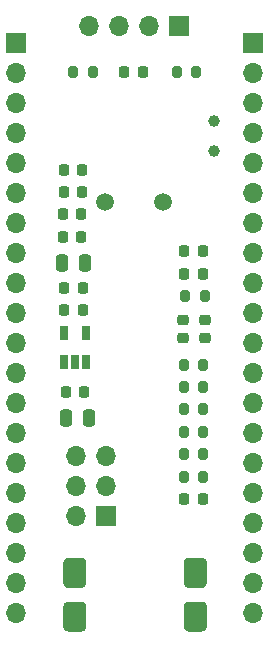
<source format=gbr>
%TF.GenerationSoftware,KiCad,Pcbnew,9.0.0*%
%TF.CreationDate,2025-02-28T11:04:11+07:00*%
%TF.ProjectId,SMT32_Bluepill,534d5433-325f-4426-9c75-6570696c6c2e,rev?*%
%TF.SameCoordinates,Original*%
%TF.FileFunction,Soldermask,Bot*%
%TF.FilePolarity,Negative*%
%FSLAX46Y46*%
G04 Gerber Fmt 4.6, Leading zero omitted, Abs format (unit mm)*
G04 Created by KiCad (PCBNEW 9.0.0) date 2025-02-28 11:04:11*
%MOMM*%
%LPD*%
G01*
G04 APERTURE LIST*
G04 Aperture macros list*
%AMRoundRect*
0 Rectangle with rounded corners*
0 $1 Rounding radius*
0 $2 $3 $4 $5 $6 $7 $8 $9 X,Y pos of 4 corners*
0 Add a 4 corners polygon primitive as box body*
4,1,4,$2,$3,$4,$5,$6,$7,$8,$9,$2,$3,0*
0 Add four circle primitives for the rounded corners*
1,1,$1+$1,$2,$3*
1,1,$1+$1,$4,$5*
1,1,$1+$1,$6,$7*
1,1,$1+$1,$8,$9*
0 Add four rect primitives between the rounded corners*
20,1,$1+$1,$2,$3,$4,$5,0*
20,1,$1+$1,$4,$5,$6,$7,0*
20,1,$1+$1,$6,$7,$8,$9,0*
20,1,$1+$1,$8,$9,$2,$3,0*%
G04 Aperture macros list end*
%ADD10C,0.010000*%
%ADD11C,1.000000*%
%ADD12C,1.500000*%
%ADD13R,1.700000X1.700000*%
%ADD14O,1.700000X1.700000*%
%ADD15RoundRect,0.200000X0.200000X0.275000X-0.200000X0.275000X-0.200000X-0.275000X0.200000X-0.275000X0*%
%ADD16RoundRect,0.200000X-0.200000X-0.275000X0.200000X-0.275000X0.200000X0.275000X-0.200000X0.275000X0*%
%ADD17RoundRect,0.250000X0.250000X0.475000X-0.250000X0.475000X-0.250000X-0.475000X0.250000X-0.475000X0*%
%ADD18RoundRect,0.225000X0.225000X0.250000X-0.225000X0.250000X-0.225000X-0.250000X0.225000X-0.250000X0*%
%ADD19RoundRect,0.225000X0.250000X-0.225000X0.250000X0.225000X-0.250000X0.225000X-0.250000X-0.225000X0*%
%ADD20RoundRect,0.225000X-0.225000X-0.250000X0.225000X-0.250000X0.225000X0.250000X-0.225000X0.250000X0*%
%ADD21R,0.650000X1.250000*%
G04 APERTURE END LIST*
D10*
%TO.C,U3*%
X25446000Y-93576000D02*
X25467000Y-93577000D01*
X25488000Y-93580000D01*
X25508000Y-93584000D01*
X25529000Y-93589000D01*
X25549000Y-93595000D01*
X25568000Y-93602000D01*
X25588000Y-93610000D01*
X25607000Y-93619000D01*
X25625000Y-93629000D01*
X25643000Y-93640000D01*
X25660000Y-93651000D01*
X25677000Y-93664000D01*
X25693000Y-93678000D01*
X25708000Y-93692000D01*
X25722000Y-93707000D01*
X25736000Y-93723000D01*
X25749000Y-93740000D01*
X25760000Y-93757000D01*
X25771000Y-93775000D01*
X25781000Y-93793000D01*
X25790000Y-93812000D01*
X25798000Y-93832000D01*
X25805000Y-93851000D01*
X25811000Y-93871000D01*
X25816000Y-93892000D01*
X25820000Y-93912000D01*
X25823000Y-93933000D01*
X25824000Y-93954000D01*
X25825000Y-93975000D01*
X25825000Y-95625000D01*
X25824000Y-95646000D01*
X25823000Y-95667000D01*
X25820000Y-95688000D01*
X25816000Y-95708000D01*
X25811000Y-95729000D01*
X25805000Y-95749000D01*
X25798000Y-95768000D01*
X25790000Y-95788000D01*
X25781000Y-95807000D01*
X25771000Y-95825000D01*
X25760000Y-95843000D01*
X25749000Y-95860000D01*
X25736000Y-95877000D01*
X25722000Y-95893000D01*
X25708000Y-95908000D01*
X25693000Y-95922000D01*
X25677000Y-95936000D01*
X25660000Y-95949000D01*
X25643000Y-95960000D01*
X25625000Y-95971000D01*
X25607000Y-95981000D01*
X25588000Y-95990000D01*
X25568000Y-95998000D01*
X25549000Y-96005000D01*
X25529000Y-96011000D01*
X25508000Y-96016000D01*
X25488000Y-96020000D01*
X25467000Y-96023000D01*
X25446000Y-96024000D01*
X25425000Y-96025000D01*
X24375000Y-96025000D01*
X24354000Y-96024000D01*
X24333000Y-96023000D01*
X24312000Y-96020000D01*
X24292000Y-96016000D01*
X24271000Y-96011000D01*
X24251000Y-96005000D01*
X24232000Y-95998000D01*
X24212000Y-95990000D01*
X24193000Y-95981000D01*
X24175000Y-95971000D01*
X24157000Y-95960000D01*
X24140000Y-95949000D01*
X24123000Y-95936000D01*
X24107000Y-95922000D01*
X24092000Y-95908000D01*
X24078000Y-95893000D01*
X24064000Y-95877000D01*
X24051000Y-95860000D01*
X24040000Y-95843000D01*
X24029000Y-95825000D01*
X24019000Y-95807000D01*
X24010000Y-95788000D01*
X24002000Y-95768000D01*
X23995000Y-95749000D01*
X23989000Y-95729000D01*
X23984000Y-95708000D01*
X23980000Y-95688000D01*
X23977000Y-95667000D01*
X23976000Y-95646000D01*
X23975000Y-95625000D01*
X23975000Y-93975000D01*
X23976000Y-93954000D01*
X23977000Y-93933000D01*
X23980000Y-93912000D01*
X23984000Y-93892000D01*
X23989000Y-93871000D01*
X23995000Y-93851000D01*
X24002000Y-93832000D01*
X24010000Y-93812000D01*
X24019000Y-93793000D01*
X24029000Y-93775000D01*
X24040000Y-93757000D01*
X24051000Y-93740000D01*
X24064000Y-93723000D01*
X24078000Y-93707000D01*
X24092000Y-93692000D01*
X24107000Y-93678000D01*
X24123000Y-93664000D01*
X24140000Y-93651000D01*
X24157000Y-93640000D01*
X24175000Y-93629000D01*
X24193000Y-93619000D01*
X24212000Y-93610000D01*
X24232000Y-93602000D01*
X24251000Y-93595000D01*
X24271000Y-93589000D01*
X24292000Y-93584000D01*
X24312000Y-93580000D01*
X24333000Y-93577000D01*
X24354000Y-93576000D01*
X24375000Y-93575000D01*
X25425000Y-93575000D01*
X25446000Y-93576000D01*
G36*
X25446000Y-93576000D02*
G01*
X25467000Y-93577000D01*
X25488000Y-93580000D01*
X25508000Y-93584000D01*
X25529000Y-93589000D01*
X25549000Y-93595000D01*
X25568000Y-93602000D01*
X25588000Y-93610000D01*
X25607000Y-93619000D01*
X25625000Y-93629000D01*
X25643000Y-93640000D01*
X25660000Y-93651000D01*
X25677000Y-93664000D01*
X25693000Y-93678000D01*
X25708000Y-93692000D01*
X25722000Y-93707000D01*
X25736000Y-93723000D01*
X25749000Y-93740000D01*
X25760000Y-93757000D01*
X25771000Y-93775000D01*
X25781000Y-93793000D01*
X25790000Y-93812000D01*
X25798000Y-93832000D01*
X25805000Y-93851000D01*
X25811000Y-93871000D01*
X25816000Y-93892000D01*
X25820000Y-93912000D01*
X25823000Y-93933000D01*
X25824000Y-93954000D01*
X25825000Y-93975000D01*
X25825000Y-95625000D01*
X25824000Y-95646000D01*
X25823000Y-95667000D01*
X25820000Y-95688000D01*
X25816000Y-95708000D01*
X25811000Y-95729000D01*
X25805000Y-95749000D01*
X25798000Y-95768000D01*
X25790000Y-95788000D01*
X25781000Y-95807000D01*
X25771000Y-95825000D01*
X25760000Y-95843000D01*
X25749000Y-95860000D01*
X25736000Y-95877000D01*
X25722000Y-95893000D01*
X25708000Y-95908000D01*
X25693000Y-95922000D01*
X25677000Y-95936000D01*
X25660000Y-95949000D01*
X25643000Y-95960000D01*
X25625000Y-95971000D01*
X25607000Y-95981000D01*
X25588000Y-95990000D01*
X25568000Y-95998000D01*
X25549000Y-96005000D01*
X25529000Y-96011000D01*
X25508000Y-96016000D01*
X25488000Y-96020000D01*
X25467000Y-96023000D01*
X25446000Y-96024000D01*
X25425000Y-96025000D01*
X24375000Y-96025000D01*
X24354000Y-96024000D01*
X24333000Y-96023000D01*
X24312000Y-96020000D01*
X24292000Y-96016000D01*
X24271000Y-96011000D01*
X24251000Y-96005000D01*
X24232000Y-95998000D01*
X24212000Y-95990000D01*
X24193000Y-95981000D01*
X24175000Y-95971000D01*
X24157000Y-95960000D01*
X24140000Y-95949000D01*
X24123000Y-95936000D01*
X24107000Y-95922000D01*
X24092000Y-95908000D01*
X24078000Y-95893000D01*
X24064000Y-95877000D01*
X24051000Y-95860000D01*
X24040000Y-95843000D01*
X24029000Y-95825000D01*
X24019000Y-95807000D01*
X24010000Y-95788000D01*
X24002000Y-95768000D01*
X23995000Y-95749000D01*
X23989000Y-95729000D01*
X23984000Y-95708000D01*
X23980000Y-95688000D01*
X23977000Y-95667000D01*
X23976000Y-95646000D01*
X23975000Y-95625000D01*
X23975000Y-93975000D01*
X23976000Y-93954000D01*
X23977000Y-93933000D01*
X23980000Y-93912000D01*
X23984000Y-93892000D01*
X23989000Y-93871000D01*
X23995000Y-93851000D01*
X24002000Y-93832000D01*
X24010000Y-93812000D01*
X24019000Y-93793000D01*
X24029000Y-93775000D01*
X24040000Y-93757000D01*
X24051000Y-93740000D01*
X24064000Y-93723000D01*
X24078000Y-93707000D01*
X24092000Y-93692000D01*
X24107000Y-93678000D01*
X24123000Y-93664000D01*
X24140000Y-93651000D01*
X24157000Y-93640000D01*
X24175000Y-93629000D01*
X24193000Y-93619000D01*
X24212000Y-93610000D01*
X24232000Y-93602000D01*
X24251000Y-93595000D01*
X24271000Y-93589000D01*
X24292000Y-93584000D01*
X24312000Y-93580000D01*
X24333000Y-93577000D01*
X24354000Y-93576000D01*
X24375000Y-93575000D01*
X25425000Y-93575000D01*
X25446000Y-93576000D01*
G37*
X25446000Y-97276000D02*
X25467000Y-97277000D01*
X25488000Y-97280000D01*
X25508000Y-97284000D01*
X25529000Y-97289000D01*
X25549000Y-97295000D01*
X25568000Y-97302000D01*
X25588000Y-97310000D01*
X25607000Y-97319000D01*
X25625000Y-97329000D01*
X25643000Y-97340000D01*
X25660000Y-97351000D01*
X25677000Y-97364000D01*
X25693000Y-97378000D01*
X25708000Y-97392000D01*
X25722000Y-97407000D01*
X25736000Y-97423000D01*
X25749000Y-97440000D01*
X25760000Y-97457000D01*
X25771000Y-97475000D01*
X25781000Y-97493000D01*
X25790000Y-97512000D01*
X25798000Y-97532000D01*
X25805000Y-97551000D01*
X25811000Y-97571000D01*
X25816000Y-97592000D01*
X25820000Y-97612000D01*
X25823000Y-97633000D01*
X25824000Y-97654000D01*
X25825000Y-97675000D01*
X25825000Y-99325000D01*
X25824000Y-99346000D01*
X25823000Y-99367000D01*
X25820000Y-99388000D01*
X25816000Y-99408000D01*
X25811000Y-99429000D01*
X25805000Y-99449000D01*
X25798000Y-99468000D01*
X25790000Y-99488000D01*
X25781000Y-99507000D01*
X25771000Y-99525000D01*
X25760000Y-99543000D01*
X25749000Y-99560000D01*
X25736000Y-99577000D01*
X25722000Y-99593000D01*
X25708000Y-99608000D01*
X25693000Y-99622000D01*
X25677000Y-99636000D01*
X25660000Y-99649000D01*
X25643000Y-99660000D01*
X25625000Y-99671000D01*
X25607000Y-99681000D01*
X25588000Y-99690000D01*
X25568000Y-99698000D01*
X25549000Y-99705000D01*
X25529000Y-99711000D01*
X25508000Y-99716000D01*
X25488000Y-99720000D01*
X25467000Y-99723000D01*
X25446000Y-99724000D01*
X25425000Y-99725000D01*
X24375000Y-99725000D01*
X24354000Y-99724000D01*
X24333000Y-99723000D01*
X24312000Y-99720000D01*
X24292000Y-99716000D01*
X24271000Y-99711000D01*
X24251000Y-99705000D01*
X24232000Y-99698000D01*
X24212000Y-99690000D01*
X24193000Y-99681000D01*
X24175000Y-99671000D01*
X24157000Y-99660000D01*
X24140000Y-99649000D01*
X24123000Y-99636000D01*
X24107000Y-99622000D01*
X24092000Y-99608000D01*
X24078000Y-99593000D01*
X24064000Y-99577000D01*
X24051000Y-99560000D01*
X24040000Y-99543000D01*
X24029000Y-99525000D01*
X24019000Y-99507000D01*
X24010000Y-99488000D01*
X24002000Y-99468000D01*
X23995000Y-99449000D01*
X23989000Y-99429000D01*
X23984000Y-99408000D01*
X23980000Y-99388000D01*
X23977000Y-99367000D01*
X23976000Y-99346000D01*
X23975000Y-99325000D01*
X23975000Y-97675000D01*
X23976000Y-97654000D01*
X23977000Y-97633000D01*
X23980000Y-97612000D01*
X23984000Y-97592000D01*
X23989000Y-97571000D01*
X23995000Y-97551000D01*
X24002000Y-97532000D01*
X24010000Y-97512000D01*
X24019000Y-97493000D01*
X24029000Y-97475000D01*
X24040000Y-97457000D01*
X24051000Y-97440000D01*
X24064000Y-97423000D01*
X24078000Y-97407000D01*
X24092000Y-97392000D01*
X24107000Y-97378000D01*
X24123000Y-97364000D01*
X24140000Y-97351000D01*
X24157000Y-97340000D01*
X24175000Y-97329000D01*
X24193000Y-97319000D01*
X24212000Y-97310000D01*
X24232000Y-97302000D01*
X24251000Y-97295000D01*
X24271000Y-97289000D01*
X24292000Y-97284000D01*
X24312000Y-97280000D01*
X24333000Y-97277000D01*
X24354000Y-97276000D01*
X24375000Y-97275000D01*
X25425000Y-97275000D01*
X25446000Y-97276000D01*
G36*
X25446000Y-97276000D02*
G01*
X25467000Y-97277000D01*
X25488000Y-97280000D01*
X25508000Y-97284000D01*
X25529000Y-97289000D01*
X25549000Y-97295000D01*
X25568000Y-97302000D01*
X25588000Y-97310000D01*
X25607000Y-97319000D01*
X25625000Y-97329000D01*
X25643000Y-97340000D01*
X25660000Y-97351000D01*
X25677000Y-97364000D01*
X25693000Y-97378000D01*
X25708000Y-97392000D01*
X25722000Y-97407000D01*
X25736000Y-97423000D01*
X25749000Y-97440000D01*
X25760000Y-97457000D01*
X25771000Y-97475000D01*
X25781000Y-97493000D01*
X25790000Y-97512000D01*
X25798000Y-97532000D01*
X25805000Y-97551000D01*
X25811000Y-97571000D01*
X25816000Y-97592000D01*
X25820000Y-97612000D01*
X25823000Y-97633000D01*
X25824000Y-97654000D01*
X25825000Y-97675000D01*
X25825000Y-99325000D01*
X25824000Y-99346000D01*
X25823000Y-99367000D01*
X25820000Y-99388000D01*
X25816000Y-99408000D01*
X25811000Y-99429000D01*
X25805000Y-99449000D01*
X25798000Y-99468000D01*
X25790000Y-99488000D01*
X25781000Y-99507000D01*
X25771000Y-99525000D01*
X25760000Y-99543000D01*
X25749000Y-99560000D01*
X25736000Y-99577000D01*
X25722000Y-99593000D01*
X25708000Y-99608000D01*
X25693000Y-99622000D01*
X25677000Y-99636000D01*
X25660000Y-99649000D01*
X25643000Y-99660000D01*
X25625000Y-99671000D01*
X25607000Y-99681000D01*
X25588000Y-99690000D01*
X25568000Y-99698000D01*
X25549000Y-99705000D01*
X25529000Y-99711000D01*
X25508000Y-99716000D01*
X25488000Y-99720000D01*
X25467000Y-99723000D01*
X25446000Y-99724000D01*
X25425000Y-99725000D01*
X24375000Y-99725000D01*
X24354000Y-99724000D01*
X24333000Y-99723000D01*
X24312000Y-99720000D01*
X24292000Y-99716000D01*
X24271000Y-99711000D01*
X24251000Y-99705000D01*
X24232000Y-99698000D01*
X24212000Y-99690000D01*
X24193000Y-99681000D01*
X24175000Y-99671000D01*
X24157000Y-99660000D01*
X24140000Y-99649000D01*
X24123000Y-99636000D01*
X24107000Y-99622000D01*
X24092000Y-99608000D01*
X24078000Y-99593000D01*
X24064000Y-99577000D01*
X24051000Y-99560000D01*
X24040000Y-99543000D01*
X24029000Y-99525000D01*
X24019000Y-99507000D01*
X24010000Y-99488000D01*
X24002000Y-99468000D01*
X23995000Y-99449000D01*
X23989000Y-99429000D01*
X23984000Y-99408000D01*
X23980000Y-99388000D01*
X23977000Y-99367000D01*
X23976000Y-99346000D01*
X23975000Y-99325000D01*
X23975000Y-97675000D01*
X23976000Y-97654000D01*
X23977000Y-97633000D01*
X23980000Y-97612000D01*
X23984000Y-97592000D01*
X23989000Y-97571000D01*
X23995000Y-97551000D01*
X24002000Y-97532000D01*
X24010000Y-97512000D01*
X24019000Y-97493000D01*
X24029000Y-97475000D01*
X24040000Y-97457000D01*
X24051000Y-97440000D01*
X24064000Y-97423000D01*
X24078000Y-97407000D01*
X24092000Y-97392000D01*
X24107000Y-97378000D01*
X24123000Y-97364000D01*
X24140000Y-97351000D01*
X24157000Y-97340000D01*
X24175000Y-97329000D01*
X24193000Y-97319000D01*
X24212000Y-97310000D01*
X24232000Y-97302000D01*
X24251000Y-97295000D01*
X24271000Y-97289000D01*
X24292000Y-97284000D01*
X24312000Y-97280000D01*
X24333000Y-97277000D01*
X24354000Y-97276000D01*
X24375000Y-97275000D01*
X25425000Y-97275000D01*
X25446000Y-97276000D01*
G37*
X35646000Y-93576000D02*
X35667000Y-93577000D01*
X35688000Y-93580000D01*
X35708000Y-93584000D01*
X35729000Y-93589000D01*
X35749000Y-93595000D01*
X35768000Y-93602000D01*
X35788000Y-93610000D01*
X35807000Y-93619000D01*
X35825000Y-93629000D01*
X35843000Y-93640000D01*
X35860000Y-93651000D01*
X35877000Y-93664000D01*
X35893000Y-93678000D01*
X35908000Y-93692000D01*
X35922000Y-93707000D01*
X35936000Y-93723000D01*
X35949000Y-93740000D01*
X35960000Y-93757000D01*
X35971000Y-93775000D01*
X35981000Y-93793000D01*
X35990000Y-93812000D01*
X35998000Y-93832000D01*
X36005000Y-93851000D01*
X36011000Y-93871000D01*
X36016000Y-93892000D01*
X36020000Y-93912000D01*
X36023000Y-93933000D01*
X36024000Y-93954000D01*
X36025000Y-93975000D01*
X36025000Y-95625000D01*
X36024000Y-95646000D01*
X36023000Y-95667000D01*
X36020000Y-95688000D01*
X36016000Y-95708000D01*
X36011000Y-95729000D01*
X36005000Y-95749000D01*
X35998000Y-95768000D01*
X35990000Y-95788000D01*
X35981000Y-95807000D01*
X35971000Y-95825000D01*
X35960000Y-95843000D01*
X35949000Y-95860000D01*
X35936000Y-95877000D01*
X35922000Y-95893000D01*
X35908000Y-95908000D01*
X35893000Y-95922000D01*
X35877000Y-95936000D01*
X35860000Y-95949000D01*
X35843000Y-95960000D01*
X35825000Y-95971000D01*
X35807000Y-95981000D01*
X35788000Y-95990000D01*
X35768000Y-95998000D01*
X35749000Y-96005000D01*
X35729000Y-96011000D01*
X35708000Y-96016000D01*
X35688000Y-96020000D01*
X35667000Y-96023000D01*
X35646000Y-96024000D01*
X35625000Y-96025000D01*
X34575000Y-96025000D01*
X34554000Y-96024000D01*
X34533000Y-96023000D01*
X34512000Y-96020000D01*
X34492000Y-96016000D01*
X34471000Y-96011000D01*
X34451000Y-96005000D01*
X34432000Y-95998000D01*
X34412000Y-95990000D01*
X34393000Y-95981000D01*
X34375000Y-95971000D01*
X34357000Y-95960000D01*
X34340000Y-95949000D01*
X34323000Y-95936000D01*
X34307000Y-95922000D01*
X34292000Y-95908000D01*
X34278000Y-95893000D01*
X34264000Y-95877000D01*
X34251000Y-95860000D01*
X34240000Y-95843000D01*
X34229000Y-95825000D01*
X34219000Y-95807000D01*
X34210000Y-95788000D01*
X34202000Y-95768000D01*
X34195000Y-95749000D01*
X34189000Y-95729000D01*
X34184000Y-95708000D01*
X34180000Y-95688000D01*
X34177000Y-95667000D01*
X34176000Y-95646000D01*
X34175000Y-95625000D01*
X34175000Y-93975000D01*
X34176000Y-93954000D01*
X34177000Y-93933000D01*
X34180000Y-93912000D01*
X34184000Y-93892000D01*
X34189000Y-93871000D01*
X34195000Y-93851000D01*
X34202000Y-93832000D01*
X34210000Y-93812000D01*
X34219000Y-93793000D01*
X34229000Y-93775000D01*
X34240000Y-93757000D01*
X34251000Y-93740000D01*
X34264000Y-93723000D01*
X34278000Y-93707000D01*
X34292000Y-93692000D01*
X34307000Y-93678000D01*
X34323000Y-93664000D01*
X34340000Y-93651000D01*
X34357000Y-93640000D01*
X34375000Y-93629000D01*
X34393000Y-93619000D01*
X34412000Y-93610000D01*
X34432000Y-93602000D01*
X34451000Y-93595000D01*
X34471000Y-93589000D01*
X34492000Y-93584000D01*
X34512000Y-93580000D01*
X34533000Y-93577000D01*
X34554000Y-93576000D01*
X34575000Y-93575000D01*
X35625000Y-93575000D01*
X35646000Y-93576000D01*
G36*
X35646000Y-93576000D02*
G01*
X35667000Y-93577000D01*
X35688000Y-93580000D01*
X35708000Y-93584000D01*
X35729000Y-93589000D01*
X35749000Y-93595000D01*
X35768000Y-93602000D01*
X35788000Y-93610000D01*
X35807000Y-93619000D01*
X35825000Y-93629000D01*
X35843000Y-93640000D01*
X35860000Y-93651000D01*
X35877000Y-93664000D01*
X35893000Y-93678000D01*
X35908000Y-93692000D01*
X35922000Y-93707000D01*
X35936000Y-93723000D01*
X35949000Y-93740000D01*
X35960000Y-93757000D01*
X35971000Y-93775000D01*
X35981000Y-93793000D01*
X35990000Y-93812000D01*
X35998000Y-93832000D01*
X36005000Y-93851000D01*
X36011000Y-93871000D01*
X36016000Y-93892000D01*
X36020000Y-93912000D01*
X36023000Y-93933000D01*
X36024000Y-93954000D01*
X36025000Y-93975000D01*
X36025000Y-95625000D01*
X36024000Y-95646000D01*
X36023000Y-95667000D01*
X36020000Y-95688000D01*
X36016000Y-95708000D01*
X36011000Y-95729000D01*
X36005000Y-95749000D01*
X35998000Y-95768000D01*
X35990000Y-95788000D01*
X35981000Y-95807000D01*
X35971000Y-95825000D01*
X35960000Y-95843000D01*
X35949000Y-95860000D01*
X35936000Y-95877000D01*
X35922000Y-95893000D01*
X35908000Y-95908000D01*
X35893000Y-95922000D01*
X35877000Y-95936000D01*
X35860000Y-95949000D01*
X35843000Y-95960000D01*
X35825000Y-95971000D01*
X35807000Y-95981000D01*
X35788000Y-95990000D01*
X35768000Y-95998000D01*
X35749000Y-96005000D01*
X35729000Y-96011000D01*
X35708000Y-96016000D01*
X35688000Y-96020000D01*
X35667000Y-96023000D01*
X35646000Y-96024000D01*
X35625000Y-96025000D01*
X34575000Y-96025000D01*
X34554000Y-96024000D01*
X34533000Y-96023000D01*
X34512000Y-96020000D01*
X34492000Y-96016000D01*
X34471000Y-96011000D01*
X34451000Y-96005000D01*
X34432000Y-95998000D01*
X34412000Y-95990000D01*
X34393000Y-95981000D01*
X34375000Y-95971000D01*
X34357000Y-95960000D01*
X34340000Y-95949000D01*
X34323000Y-95936000D01*
X34307000Y-95922000D01*
X34292000Y-95908000D01*
X34278000Y-95893000D01*
X34264000Y-95877000D01*
X34251000Y-95860000D01*
X34240000Y-95843000D01*
X34229000Y-95825000D01*
X34219000Y-95807000D01*
X34210000Y-95788000D01*
X34202000Y-95768000D01*
X34195000Y-95749000D01*
X34189000Y-95729000D01*
X34184000Y-95708000D01*
X34180000Y-95688000D01*
X34177000Y-95667000D01*
X34176000Y-95646000D01*
X34175000Y-95625000D01*
X34175000Y-93975000D01*
X34176000Y-93954000D01*
X34177000Y-93933000D01*
X34180000Y-93912000D01*
X34184000Y-93892000D01*
X34189000Y-93871000D01*
X34195000Y-93851000D01*
X34202000Y-93832000D01*
X34210000Y-93812000D01*
X34219000Y-93793000D01*
X34229000Y-93775000D01*
X34240000Y-93757000D01*
X34251000Y-93740000D01*
X34264000Y-93723000D01*
X34278000Y-93707000D01*
X34292000Y-93692000D01*
X34307000Y-93678000D01*
X34323000Y-93664000D01*
X34340000Y-93651000D01*
X34357000Y-93640000D01*
X34375000Y-93629000D01*
X34393000Y-93619000D01*
X34412000Y-93610000D01*
X34432000Y-93602000D01*
X34451000Y-93595000D01*
X34471000Y-93589000D01*
X34492000Y-93584000D01*
X34512000Y-93580000D01*
X34533000Y-93577000D01*
X34554000Y-93576000D01*
X34575000Y-93575000D01*
X35625000Y-93575000D01*
X35646000Y-93576000D01*
G37*
X35646000Y-97276000D02*
X35667000Y-97277000D01*
X35688000Y-97280000D01*
X35708000Y-97284000D01*
X35729000Y-97289000D01*
X35749000Y-97295000D01*
X35768000Y-97302000D01*
X35788000Y-97310000D01*
X35807000Y-97319000D01*
X35825000Y-97329000D01*
X35843000Y-97340000D01*
X35860000Y-97351000D01*
X35877000Y-97364000D01*
X35893000Y-97378000D01*
X35908000Y-97392000D01*
X35922000Y-97407000D01*
X35936000Y-97423000D01*
X35949000Y-97440000D01*
X35960000Y-97457000D01*
X35971000Y-97475000D01*
X35981000Y-97493000D01*
X35990000Y-97512000D01*
X35998000Y-97532000D01*
X36005000Y-97551000D01*
X36011000Y-97571000D01*
X36016000Y-97592000D01*
X36020000Y-97612000D01*
X36023000Y-97633000D01*
X36024000Y-97654000D01*
X36025000Y-97675000D01*
X36025000Y-99325000D01*
X36024000Y-99346000D01*
X36023000Y-99367000D01*
X36020000Y-99388000D01*
X36016000Y-99408000D01*
X36011000Y-99429000D01*
X36005000Y-99449000D01*
X35998000Y-99468000D01*
X35990000Y-99488000D01*
X35981000Y-99507000D01*
X35971000Y-99525000D01*
X35960000Y-99543000D01*
X35949000Y-99560000D01*
X35936000Y-99577000D01*
X35922000Y-99593000D01*
X35908000Y-99608000D01*
X35893000Y-99622000D01*
X35877000Y-99636000D01*
X35860000Y-99649000D01*
X35843000Y-99660000D01*
X35825000Y-99671000D01*
X35807000Y-99681000D01*
X35788000Y-99690000D01*
X35768000Y-99698000D01*
X35749000Y-99705000D01*
X35729000Y-99711000D01*
X35708000Y-99716000D01*
X35688000Y-99720000D01*
X35667000Y-99723000D01*
X35646000Y-99724000D01*
X35625000Y-99725000D01*
X34575000Y-99725000D01*
X34554000Y-99724000D01*
X34533000Y-99723000D01*
X34512000Y-99720000D01*
X34492000Y-99716000D01*
X34471000Y-99711000D01*
X34451000Y-99705000D01*
X34432000Y-99698000D01*
X34412000Y-99690000D01*
X34393000Y-99681000D01*
X34375000Y-99671000D01*
X34357000Y-99660000D01*
X34340000Y-99649000D01*
X34323000Y-99636000D01*
X34307000Y-99622000D01*
X34292000Y-99608000D01*
X34278000Y-99593000D01*
X34264000Y-99577000D01*
X34251000Y-99560000D01*
X34240000Y-99543000D01*
X34229000Y-99525000D01*
X34219000Y-99507000D01*
X34210000Y-99488000D01*
X34202000Y-99468000D01*
X34195000Y-99449000D01*
X34189000Y-99429000D01*
X34184000Y-99408000D01*
X34180000Y-99388000D01*
X34177000Y-99367000D01*
X34176000Y-99346000D01*
X34175000Y-99325000D01*
X34175000Y-97675000D01*
X34176000Y-97654000D01*
X34177000Y-97633000D01*
X34180000Y-97612000D01*
X34184000Y-97592000D01*
X34189000Y-97571000D01*
X34195000Y-97551000D01*
X34202000Y-97532000D01*
X34210000Y-97512000D01*
X34219000Y-97493000D01*
X34229000Y-97475000D01*
X34240000Y-97457000D01*
X34251000Y-97440000D01*
X34264000Y-97423000D01*
X34278000Y-97407000D01*
X34292000Y-97392000D01*
X34307000Y-97378000D01*
X34323000Y-97364000D01*
X34340000Y-97351000D01*
X34357000Y-97340000D01*
X34375000Y-97329000D01*
X34393000Y-97319000D01*
X34412000Y-97310000D01*
X34432000Y-97302000D01*
X34451000Y-97295000D01*
X34471000Y-97289000D01*
X34492000Y-97284000D01*
X34512000Y-97280000D01*
X34533000Y-97277000D01*
X34554000Y-97276000D01*
X34575000Y-97275000D01*
X35625000Y-97275000D01*
X35646000Y-97276000D01*
G36*
X35646000Y-97276000D02*
G01*
X35667000Y-97277000D01*
X35688000Y-97280000D01*
X35708000Y-97284000D01*
X35729000Y-97289000D01*
X35749000Y-97295000D01*
X35768000Y-97302000D01*
X35788000Y-97310000D01*
X35807000Y-97319000D01*
X35825000Y-97329000D01*
X35843000Y-97340000D01*
X35860000Y-97351000D01*
X35877000Y-97364000D01*
X35893000Y-97378000D01*
X35908000Y-97392000D01*
X35922000Y-97407000D01*
X35936000Y-97423000D01*
X35949000Y-97440000D01*
X35960000Y-97457000D01*
X35971000Y-97475000D01*
X35981000Y-97493000D01*
X35990000Y-97512000D01*
X35998000Y-97532000D01*
X36005000Y-97551000D01*
X36011000Y-97571000D01*
X36016000Y-97592000D01*
X36020000Y-97612000D01*
X36023000Y-97633000D01*
X36024000Y-97654000D01*
X36025000Y-97675000D01*
X36025000Y-99325000D01*
X36024000Y-99346000D01*
X36023000Y-99367000D01*
X36020000Y-99388000D01*
X36016000Y-99408000D01*
X36011000Y-99429000D01*
X36005000Y-99449000D01*
X35998000Y-99468000D01*
X35990000Y-99488000D01*
X35981000Y-99507000D01*
X35971000Y-99525000D01*
X35960000Y-99543000D01*
X35949000Y-99560000D01*
X35936000Y-99577000D01*
X35922000Y-99593000D01*
X35908000Y-99608000D01*
X35893000Y-99622000D01*
X35877000Y-99636000D01*
X35860000Y-99649000D01*
X35843000Y-99660000D01*
X35825000Y-99671000D01*
X35807000Y-99681000D01*
X35788000Y-99690000D01*
X35768000Y-99698000D01*
X35749000Y-99705000D01*
X35729000Y-99711000D01*
X35708000Y-99716000D01*
X35688000Y-99720000D01*
X35667000Y-99723000D01*
X35646000Y-99724000D01*
X35625000Y-99725000D01*
X34575000Y-99725000D01*
X34554000Y-99724000D01*
X34533000Y-99723000D01*
X34512000Y-99720000D01*
X34492000Y-99716000D01*
X34471000Y-99711000D01*
X34451000Y-99705000D01*
X34432000Y-99698000D01*
X34412000Y-99690000D01*
X34393000Y-99681000D01*
X34375000Y-99671000D01*
X34357000Y-99660000D01*
X34340000Y-99649000D01*
X34323000Y-99636000D01*
X34307000Y-99622000D01*
X34292000Y-99608000D01*
X34278000Y-99593000D01*
X34264000Y-99577000D01*
X34251000Y-99560000D01*
X34240000Y-99543000D01*
X34229000Y-99525000D01*
X34219000Y-99507000D01*
X34210000Y-99488000D01*
X34202000Y-99468000D01*
X34195000Y-99449000D01*
X34189000Y-99429000D01*
X34184000Y-99408000D01*
X34180000Y-99388000D01*
X34177000Y-99367000D01*
X34176000Y-99346000D01*
X34175000Y-99325000D01*
X34175000Y-97675000D01*
X34176000Y-97654000D01*
X34177000Y-97633000D01*
X34180000Y-97612000D01*
X34184000Y-97592000D01*
X34189000Y-97571000D01*
X34195000Y-97551000D01*
X34202000Y-97532000D01*
X34210000Y-97512000D01*
X34219000Y-97493000D01*
X34229000Y-97475000D01*
X34240000Y-97457000D01*
X34251000Y-97440000D01*
X34264000Y-97423000D01*
X34278000Y-97407000D01*
X34292000Y-97392000D01*
X34307000Y-97378000D01*
X34323000Y-97364000D01*
X34340000Y-97351000D01*
X34357000Y-97340000D01*
X34375000Y-97329000D01*
X34393000Y-97319000D01*
X34412000Y-97310000D01*
X34432000Y-97302000D01*
X34451000Y-97295000D01*
X34471000Y-97289000D01*
X34492000Y-97284000D01*
X34512000Y-97280000D01*
X34533000Y-97277000D01*
X34554000Y-97276000D01*
X34575000Y-97275000D01*
X35625000Y-97275000D01*
X35646000Y-97276000D01*
G37*
%TD*%
D11*
%TO.C,Y3*%
X36750000Y-56600000D03*
X36750000Y-59140000D03*
%TD*%
D12*
%TO.C,Y2*%
X32400000Y-63400000D03*
X27520000Y-63400000D03*
%TD*%
D13*
%TO.C,P1*%
X27600000Y-90000000D03*
D14*
X25060000Y-90000000D03*
X27600000Y-87460000D03*
X25060000Y-87460000D03*
X27600000Y-84920000D03*
X25060000Y-84920000D03*
%TD*%
D13*
%TO.C,P2*%
X33800000Y-48500000D03*
D14*
X31260000Y-48500000D03*
X28720000Y-48500000D03*
X26180000Y-48500000D03*
%TD*%
D15*
%TO.C,R10*%
X35825000Y-84800000D03*
X34175000Y-84800000D03*
%TD*%
D16*
%TO.C,R9*%
X34175000Y-81000000D03*
X35825000Y-81000000D03*
%TD*%
%TO.C,R11*%
X34175000Y-82900000D03*
X35825000Y-82900000D03*
%TD*%
D13*
%TO.C,P4*%
X20000000Y-50000000D03*
D14*
X20000000Y-52540000D03*
X20000000Y-55080000D03*
X20000000Y-57620000D03*
X20000000Y-60160000D03*
X20000000Y-62700000D03*
X20000000Y-65240000D03*
X20000000Y-67780000D03*
X20000000Y-70320000D03*
X20000000Y-72860000D03*
X20000000Y-75400000D03*
X20000000Y-77940000D03*
X20000000Y-80480000D03*
X20000000Y-83020000D03*
X20000000Y-85560000D03*
X20000000Y-88100000D03*
X20000000Y-90640000D03*
X20000000Y-93180000D03*
X20000000Y-95720000D03*
X20000000Y-98260000D03*
%TD*%
D17*
%TO.C,C5*%
X26125000Y-81700000D03*
X24225000Y-81700000D03*
%TD*%
D18*
%TO.C,C4*%
X25550000Y-62600000D03*
X24000000Y-62600000D03*
%TD*%
D15*
%TO.C,R1*%
X35225000Y-52400000D03*
X33575000Y-52400000D03*
%TD*%
D18*
%TO.C,C7*%
X25740000Y-79550000D03*
X24190000Y-79550000D03*
%TD*%
D17*
%TO.C,C6*%
X25775000Y-68600000D03*
X23875000Y-68600000D03*
%TD*%
D15*
%TO.C,R6*%
X35925000Y-71400000D03*
X34275000Y-71400000D03*
%TD*%
D19*
%TO.C,C14*%
X36000000Y-74975000D03*
X36000000Y-73425000D03*
%TD*%
D18*
%TO.C,C12*%
X35775000Y-69500000D03*
X34225000Y-69500000D03*
%TD*%
D19*
%TO.C,C13*%
X34100000Y-74975000D03*
X34100000Y-73425000D03*
%TD*%
D18*
%TO.C,C3*%
X25550000Y-60700000D03*
X24000000Y-60700000D03*
%TD*%
%TO.C,C11*%
X25490122Y-66400000D03*
X23940122Y-66400000D03*
%TD*%
%TO.C,C9*%
X35775000Y-67600000D03*
X34225000Y-67600000D03*
%TD*%
D20*
%TO.C,C15*%
X24050000Y-72600000D03*
X25600000Y-72600000D03*
%TD*%
D15*
%TO.C,R5*%
X26456250Y-52468750D03*
X24806250Y-52468750D03*
%TD*%
D16*
%TO.C,R4*%
X34175000Y-77200000D03*
X35825000Y-77200000D03*
%TD*%
D21*
%TO.C,U1*%
X25905000Y-77000000D03*
X24965000Y-77000000D03*
X24025000Y-77000000D03*
X24025000Y-74500000D03*
X25905000Y-74500000D03*
%TD*%
D16*
%TO.C,R2*%
X34175000Y-86700000D03*
X35825000Y-86700000D03*
%TD*%
D18*
%TO.C,C2*%
X35775000Y-88600000D03*
X34225000Y-88600000D03*
%TD*%
%TO.C,C8*%
X25600000Y-70700000D03*
X24050000Y-70700000D03*
%TD*%
D15*
%TO.C,R3*%
X35825000Y-79100000D03*
X34175000Y-79100000D03*
%TD*%
D13*
%TO.C,P3*%
X40000000Y-50000000D03*
D14*
X40000000Y-52540000D03*
X40000000Y-55080000D03*
X40000000Y-57620000D03*
X40000000Y-60160000D03*
X40000000Y-62700000D03*
X40000000Y-65240000D03*
X40000000Y-67780000D03*
X40000000Y-70320000D03*
X40000000Y-72860000D03*
X40000000Y-75400000D03*
X40000000Y-77940000D03*
X40000000Y-80480000D03*
X40000000Y-83020000D03*
X40000000Y-85560000D03*
X40000000Y-88100000D03*
X40000000Y-90640000D03*
X40000000Y-93180000D03*
X40000000Y-95720000D03*
X40000000Y-98260000D03*
%TD*%
D18*
%TO.C,C10*%
X25490122Y-64479996D03*
X23940122Y-64479996D03*
%TD*%
%TO.C,C1*%
X30675000Y-52468750D03*
X29125000Y-52468750D03*
%TD*%
M02*

</source>
